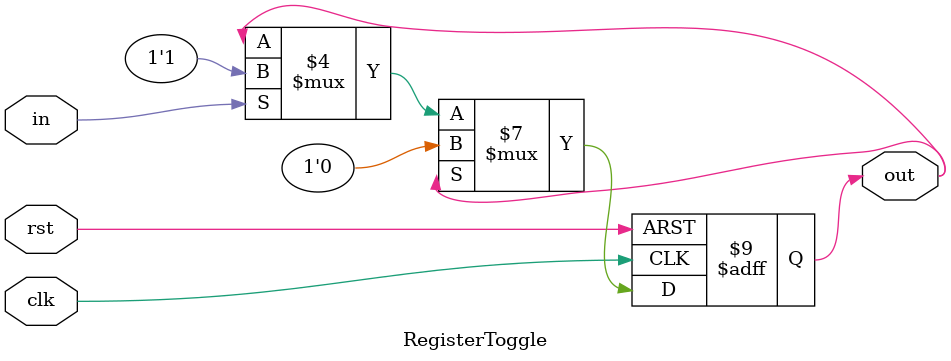
<source format=v>
module RegisterToggle(clk, rst, in, out);

	parameter WORD_LENGTH = 1;
	input clk, rst;
	input[WORD_LENGTH - 1:0] in;
	output reg[WORD_LENGTH - 1:0] out;

	always@(posedge clk, posedge rst) 
	begin
		if (rst) out <= 0;
        else if (out == 1'b1) out <= 1'b0;
		else if (in == 1'b1) out <= 1'b1;
	end
	
endmodule
</source>
